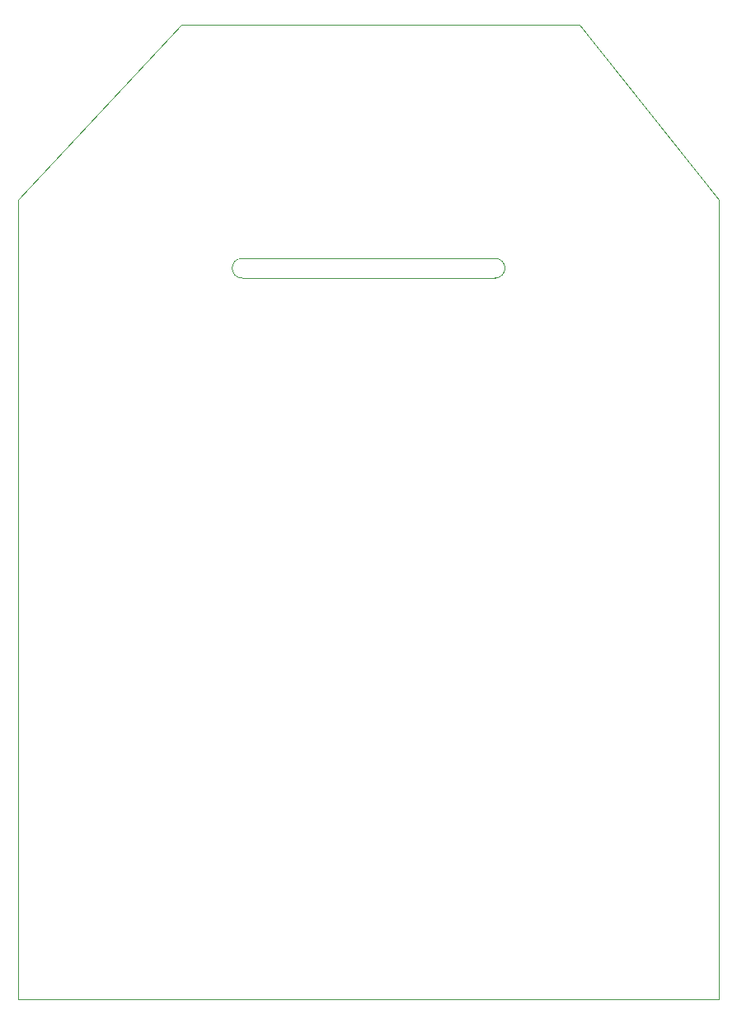
<source format=gbr>
%TF.GenerationSoftware,KiCad,Pcbnew,5.1.10*%
%TF.CreationDate,2021-11-13T02:23:52+01:00*%
%TF.ProjectId,Teebeutel,54656562-6575-4746-956c-2e6b69636164,rev?*%
%TF.SameCoordinates,Original*%
%TF.FileFunction,Glue,Top*%
%TF.FilePolarity,Positive*%
%FSLAX46Y46*%
G04 Gerber Fmt 4.6, Leading zero omitted, Abs format (unit mm)*
G04 Created by KiCad (PCBNEW 5.1.10) date 2021-11-13 02:23:52*
%MOMM*%
%LPD*%
G01*
G04 APERTURE LIST*
%TA.AperFunction,Profile*%
%ADD10C,0.100000*%
%TD*%
G04 APERTURE END LIST*
D10*
X133000000Y-76000000D02*
G75*
G02*
X133000000Y-74000000I0J1000000D01*
G01*
X159000000Y-74000000D02*
G75*
G02*
X159000000Y-76000000I0J-1000000D01*
G01*
X133000000Y-74000000D02*
X159000000Y-74000000D01*
X159000000Y-76000000D02*
X133000000Y-76000000D01*
X126800000Y-50000000D02*
X110000000Y-68000000D01*
X167700000Y-50000000D02*
X182000000Y-68000000D01*
X110000000Y-150000000D02*
X182000000Y-150000000D01*
X126800000Y-50000000D02*
X167700000Y-50000000D01*
X110000000Y-150000000D02*
X110000000Y-68000000D01*
X182000000Y-68000000D02*
X182000000Y-150000000D01*
M02*

</source>
